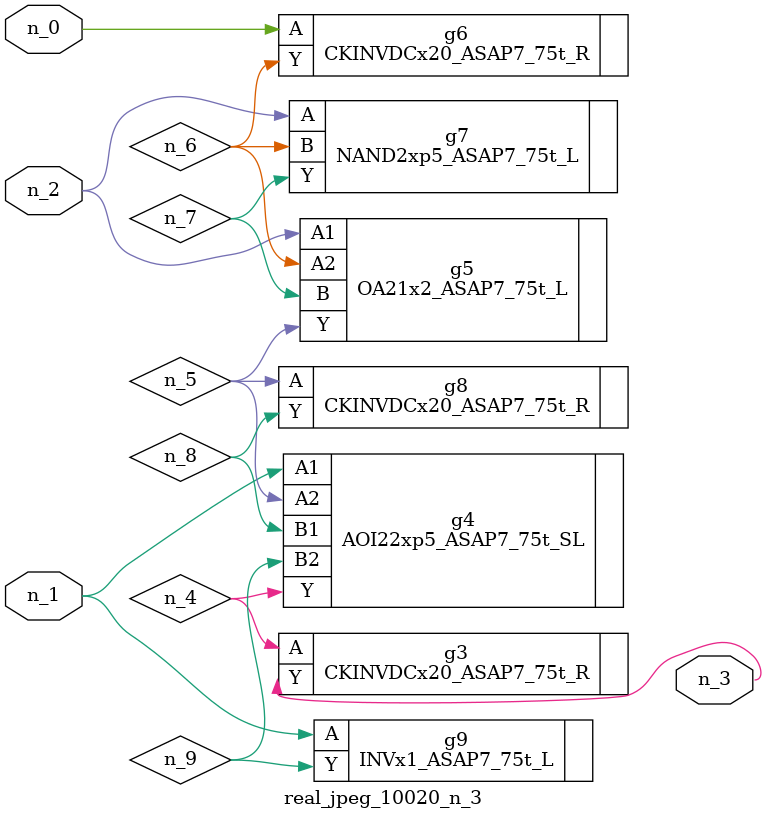
<source format=v>
module real_jpeg_10020_n_3 (n_1, n_0, n_2, n_3);

input n_1;
input n_0;
input n_2;

output n_3;

wire n_5;
wire n_8;
wire n_4;
wire n_6;
wire n_7;
wire n_9;

CKINVDCx20_ASAP7_75t_R g6 ( 
.A(n_0),
.Y(n_6)
);

AOI22xp5_ASAP7_75t_SL g4 ( 
.A1(n_1),
.A2(n_5),
.B1(n_8),
.B2(n_9),
.Y(n_4)
);

INVx1_ASAP7_75t_L g9 ( 
.A(n_1),
.Y(n_9)
);

OA21x2_ASAP7_75t_L g5 ( 
.A1(n_2),
.A2(n_6),
.B(n_7),
.Y(n_5)
);

NAND2xp5_ASAP7_75t_L g7 ( 
.A(n_2),
.B(n_6),
.Y(n_7)
);

CKINVDCx20_ASAP7_75t_R g3 ( 
.A(n_4),
.Y(n_3)
);

CKINVDCx20_ASAP7_75t_R g8 ( 
.A(n_5),
.Y(n_8)
);


endmodule
</source>
